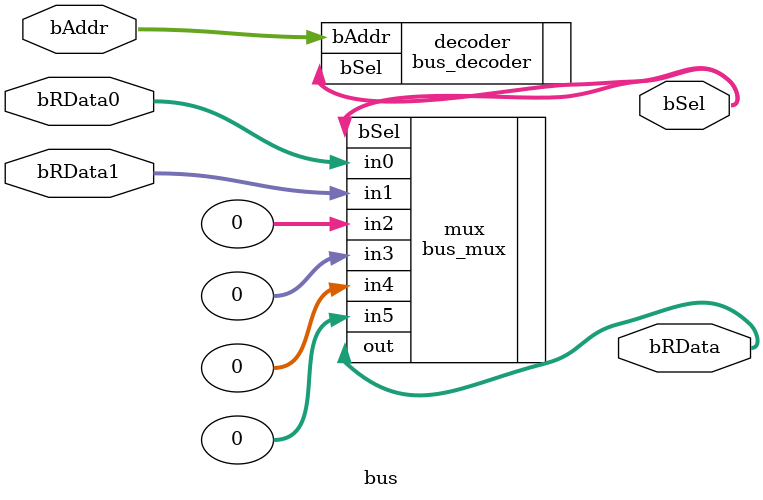
<source format=v>
module bus (
    input  [31:0] bAddr,
    input  [31:0] bRData0,  // RAM
    input  [31:0] bRData1,  // GPIO
    output [31:0] bRData,
    output [5:0]  bSel
);

    // Decoder: chọn slave
    bus_decoder decoder (
        .bAddr(bAddr),
        .bSel(bSel)
    );

    // Mux: chọn dữ liệu đọc từ đúng slave
    bus_mux mux (
        .bSel(bSel),
        .in0(bRData0),
        .in1(bRData1),
        .in2(32'b0),
        .in3(32'b0),  // unused
        .in4(32'b0),  // unused
        .in5(32'b0),  // unused
        .out(bRData)
    );

endmodule

</source>
